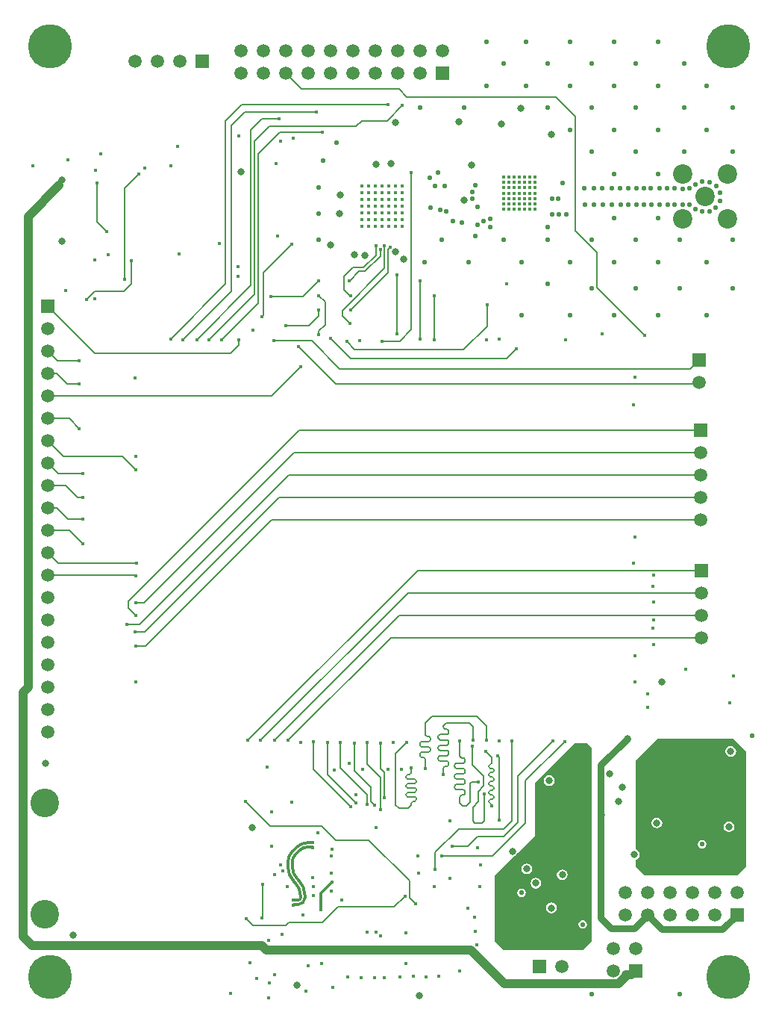
<source format=gbl>
G04*
G04 #@! TF.GenerationSoftware,Altium Limited,Altium Designer,19.1.9 (167)*
G04*
G04 Layer_Physical_Order=4*
G04 Layer_Color=16711680*
%FSLAX44Y44*%
%MOMM*%
G71*
G01*
G75*
%ADD11C,0.5000*%
%ADD12C,0.2000*%
%ADD108C,0.3000*%
%ADD109C,0.7500*%
%ADD119C,0.8000*%
%ADD120C,0.4500*%
%ADD121C,5.0000*%
%ADD122C,1.5000*%
%ADD123R,1.5000X1.5000*%
%ADD124R,1.5000X1.5000*%
%ADD125C,2.2000*%
%ADD126C,3.2500*%
%ADD127C,0.5500*%
%ADD128C,0.4000*%
%ADD136C,1.0000*%
G36*
X645000Y300000D02*
X650000Y295000D01*
X650000Y210000D01*
Y75000D01*
X640000Y65000D01*
X550000Y65000D01*
X540000Y75000D01*
Y150000D01*
X561476Y171476D01*
X562091Y171598D01*
X564076Y172924D01*
X565402Y174909D01*
X565524Y175524D01*
X585000Y195000D01*
Y255000D01*
X630000Y300000D01*
X645000Y300000D01*
D02*
G37*
G36*
X825000Y290000D02*
Y160000D01*
X815000Y150000D01*
X710000D01*
X700000Y160000D01*
Y167751D01*
X700574Y167866D01*
X702558Y169192D01*
X703885Y171176D01*
X704350Y173517D01*
X703885Y175858D01*
X702558Y177843D01*
X700574Y179169D01*
X700000Y179283D01*
Y280000D01*
X725000Y305000D01*
X810000D01*
X825000Y290000D01*
D02*
G37*
%LPC*%
G36*
X601500Y263617D02*
X599159Y263152D01*
X597174Y261826D01*
X595848Y259841D01*
X595382Y257500D01*
X595848Y255159D01*
X597174Y253174D01*
X599159Y251848D01*
X601500Y251383D01*
X603841Y251848D01*
X605826Y253174D01*
X607152Y255159D01*
X607617Y257500D01*
X607152Y259841D01*
X605826Y261826D01*
X603841Y263152D01*
X601500Y263617D01*
D02*
G37*
G36*
X576233Y163385D02*
X573891Y162919D01*
X571907Y161593D01*
X570581Y159608D01*
X570115Y157267D01*
X570581Y154926D01*
X571907Y152942D01*
X573891Y151615D01*
X576233Y151150D01*
X578574Y151615D01*
X580558Y152942D01*
X581884Y154926D01*
X582350Y157267D01*
X581884Y159608D01*
X580558Y161593D01*
X578574Y162919D01*
X576233Y163385D01*
D02*
G37*
G36*
X616500Y156617D02*
X614159Y156152D01*
X612174Y154826D01*
X610848Y152841D01*
X610382Y150500D01*
X610848Y148159D01*
X612174Y146174D01*
X614159Y144848D01*
X616500Y144382D01*
X618841Y144848D01*
X620826Y146174D01*
X622152Y148159D01*
X622618Y150500D01*
X622152Y152841D01*
X620826Y154826D01*
X618841Y156152D01*
X616500Y156617D01*
D02*
G37*
G36*
X586483Y147135D02*
X584142Y146669D01*
X582157Y145343D01*
X580831Y143358D01*
X580365Y141017D01*
X580831Y138676D01*
X582157Y136692D01*
X584142Y135365D01*
X586483Y134900D01*
X588824Y135365D01*
X590808Y136692D01*
X592135Y138676D01*
X592600Y141017D01*
X592135Y143358D01*
X590808Y145343D01*
X588824Y146669D01*
X586483Y147135D01*
D02*
G37*
G36*
X570000Y134843D02*
X568147Y134474D01*
X566575Y133425D01*
X565526Y131853D01*
X565157Y130000D01*
X565526Y128147D01*
X566575Y126575D01*
X568147Y125526D01*
X570000Y125157D01*
X571853Y125526D01*
X573425Y126575D01*
X574474Y128147D01*
X574843Y130000D01*
X574474Y131853D01*
X573425Y133425D01*
X571853Y134474D01*
X570000Y134843D01*
D02*
G37*
G36*
X604000Y119117D02*
X601659Y118652D01*
X599674Y117326D01*
X598348Y115341D01*
X597882Y113000D01*
X598348Y110659D01*
X599674Y108674D01*
X601659Y107348D01*
X604000Y106882D01*
X606341Y107348D01*
X608326Y108674D01*
X609652Y110659D01*
X610118Y113000D01*
X609652Y115341D01*
X608326Y117326D01*
X606341Y118652D01*
X604000Y119117D01*
D02*
G37*
G36*
X639500Y99093D02*
X637647Y98724D01*
X636075Y97675D01*
X635026Y96103D01*
X634657Y94250D01*
X635026Y92397D01*
X636075Y90825D01*
X637647Y89776D01*
X639500Y89407D01*
X641353Y89776D01*
X642924Y90825D01*
X643974Y92397D01*
X644343Y94250D01*
X643974Y96103D01*
X642924Y97675D01*
X641353Y98724D01*
X639500Y99093D01*
D02*
G37*
G36*
X807483Y296385D02*
X805142Y295919D01*
X803157Y294593D01*
X801831Y292609D01*
X801365Y290267D01*
X801831Y287926D01*
X803157Y285942D01*
X805142Y284615D01*
X807483Y284150D01*
X809824Y284615D01*
X811808Y285942D01*
X813135Y287926D01*
X813600Y290267D01*
X813135Y292609D01*
X811808Y294593D01*
X809824Y295919D01*
X807483Y296385D01*
D02*
G37*
G36*
X723733Y215385D02*
X721392Y214919D01*
X719407Y213593D01*
X718081Y211609D01*
X717615Y209267D01*
X718081Y206926D01*
X719407Y204942D01*
X721392Y203615D01*
X723733Y203150D01*
X726074Y203615D01*
X728058Y204942D01*
X729385Y206926D01*
X729850Y209267D01*
X729385Y211609D01*
X728058Y213593D01*
X726074Y214919D01*
X723733Y215385D01*
D02*
G37*
G36*
X805483Y211135D02*
X803141Y210669D01*
X801157Y209343D01*
X799831Y207358D01*
X799365Y205017D01*
X799831Y202676D01*
X801157Y200692D01*
X803141Y199366D01*
X805483Y198900D01*
X807824Y199366D01*
X809808Y200692D01*
X811134Y202676D01*
X811600Y205017D01*
X811134Y207358D01*
X809808Y209343D01*
X807824Y210669D01*
X805483Y211135D01*
D02*
G37*
G36*
X775000Y189843D02*
X773147Y189474D01*
X771575Y188425D01*
X770526Y186853D01*
X770157Y185000D01*
X770526Y183147D01*
X771575Y181576D01*
X773147Y180526D01*
X775000Y180157D01*
X776853Y180526D01*
X778425Y181576D01*
X779474Y183147D01*
X779843Y185000D01*
X779474Y186853D01*
X778425Y188425D01*
X776853Y189474D01*
X775000Y189843D01*
D02*
G37*
%LPD*%
D11*
X45500Y931750D02*
Y934438D01*
X48500Y937438D01*
Y938250D01*
D12*
X447000Y234000D02*
G03*
X445000Y232000I0J-2000D01*
G01*
X449000Y234000D02*
G03*
X451000Y236000I0J2000D01*
G01*
Y237000D02*
G03*
X449000Y239000I-2000J0D01*
G01*
X439000Y241000D02*
G03*
X441000Y239000I2000J0D01*
G01*
Y244000D02*
G03*
X439000Y242000I0J-2000D01*
G01*
X449000Y244000D02*
G03*
X451000Y246000I0J2000D01*
G01*
Y247000D02*
G03*
X449000Y249000I-2000J0D01*
G01*
X439000Y251000D02*
G03*
X441000Y249000I2000J0D01*
G01*
Y254000D02*
G03*
X439000Y252000I0J-2000D01*
G01*
X449000Y254000D02*
G03*
X451000Y256000I0J2000D01*
G01*
Y257000D02*
G03*
X449000Y259000I-2000J0D01*
G01*
X439000Y261000D02*
G03*
X441000Y259000I2000J0D01*
G01*
Y264000D02*
G03*
X439000Y262000I0J-2000D01*
G01*
X443000Y264000D02*
G03*
X445000Y266000I0J2000D01*
G01*
X536000Y230250D02*
G03*
X535000Y231250I-1000J0D01*
G01*
X533000Y233250D02*
G03*
X535000Y231250I2000J0D01*
G01*
Y236250D02*
G03*
X533000Y234250I0J-2000D01*
G01*
X537000Y236250D02*
G03*
X539000Y238250I0J2000D01*
G01*
Y239250D02*
G03*
X537000Y241250I-2000J0D01*
G01*
X533000Y243250D02*
G03*
X535000Y241250I2000J0D01*
G01*
Y246250D02*
G03*
X533000Y244250I0J-2000D01*
G01*
X537000Y246250D02*
G03*
X539000Y248250I0J2000D01*
G01*
Y249250D02*
G03*
X537000Y251250I-2000J0D01*
G01*
X533000Y253250D02*
G03*
X535000Y251250I2000J0D01*
G01*
Y256250D02*
G03*
X533000Y254250I0J-2000D01*
G01*
X537000Y256250D02*
G03*
X539000Y258250I0J2000D01*
G01*
Y259250D02*
G03*
X537000Y261250I-2000J0D01*
G01*
X533000Y263250D02*
G03*
X535000Y261250I2000J0D01*
G01*
Y266250D02*
G03*
X533000Y264250I0J-2000D01*
G01*
X537000Y266250D02*
G03*
X539000Y268250I0J2000D01*
G01*
Y269250D02*
G03*
X537000Y271250I-2000J0D01*
G01*
X533000Y273250D02*
G03*
X535000Y271250I2000J0D01*
G01*
Y276250D02*
G03*
X533000Y274250I0J-2000D01*
G01*
X535000Y276250D02*
G03*
X536000Y277250I0J1000D01*
G01*
X460750Y309900D02*
G03*
X463150Y307500I2400J0D01*
G01*
X466750Y305100D02*
G03*
X464350Y307500I-2400J0D01*
G01*
Y301500D02*
G03*
X466750Y303900I0J2400D01*
G01*
X457150Y301500D02*
G03*
X454750Y299100I0J-2400D01*
G01*
Y297900D02*
G03*
X457150Y295500I2400J0D01*
G01*
X466750Y293100D02*
G03*
X464350Y295500I-2400J0D01*
G01*
Y289500D02*
G03*
X466750Y291900I0J2400D01*
G01*
X457150Y289500D02*
G03*
X454750Y287100I0J-2400D01*
G01*
Y285900D02*
G03*
X457150Y283500I2400J0D01*
G01*
X460750Y281100D02*
G03*
X458350Y283500I-2400J0D01*
G01*
X481500Y317900D02*
G03*
X483900Y315500I2400J0D01*
G01*
X487500Y313100D02*
G03*
X485100Y315500I-2400J0D01*
G01*
Y309500D02*
G03*
X487500Y311900I0J2400D01*
G01*
X477900Y309500D02*
G03*
X475500Y307100I0J-2400D01*
G01*
Y305900D02*
G03*
X477900Y303500I2400J0D01*
G01*
X487500Y301100D02*
G03*
X485100Y303500I-2400J0D01*
G01*
Y297500D02*
G03*
X487500Y299900I0J2400D01*
G01*
X477900Y297500D02*
G03*
X475500Y295100I0J-2400D01*
G01*
Y293900D02*
G03*
X477900Y291500I2400J0D01*
G01*
X487500Y289100D02*
G03*
X485100Y291500I-2400J0D01*
G01*
Y285500D02*
G03*
X487500Y287900I0J2400D01*
G01*
X477900Y285500D02*
G03*
X475500Y283100I0J-2400D01*
G01*
Y281900D02*
G03*
X477900Y279500I2400J0D01*
G01*
X487500Y277100D02*
G03*
X485100Y279500I-2400J0D01*
G01*
Y273500D02*
G03*
X487500Y275900I0J2400D01*
G01*
X483900Y273500D02*
G03*
X481500Y271100I0J-2400D01*
G01*
X500250Y285400D02*
G03*
X502650Y283000I2400J0D01*
G01*
X506250Y280600D02*
G03*
X503850Y283000I-2400J0D01*
G01*
Y277000D02*
G03*
X506250Y279400I0J2400D01*
G01*
X496650Y277000D02*
G03*
X494250Y274600I0J-2400D01*
G01*
Y273400D02*
G03*
X496650Y271000I2400J0D01*
G01*
X506250Y268600D02*
G03*
X503850Y271000I-2400J0D01*
G01*
Y265000D02*
G03*
X506250Y267400I0J2400D01*
G01*
X496650Y265000D02*
G03*
X494250Y262600I0J-2400D01*
G01*
Y261400D02*
G03*
X496650Y259000I2400J0D01*
G01*
X506250Y256600D02*
G03*
X503850Y259000I-2400J0D01*
G01*
Y253000D02*
G03*
X506250Y255400I0J2400D01*
G01*
X496650Y253000D02*
G03*
X494250Y250600I0J-2400D01*
G01*
Y249400D02*
G03*
X496650Y247000I2400J0D01*
G01*
X506250Y244600D02*
G03*
X503850Y247000I-2400J0D01*
G01*
Y241000D02*
G03*
X506250Y243400I0J2400D01*
G01*
X502650Y241000D02*
G03*
X500250Y238600I0J-2400D01*
G01*
X275750Y101250D02*
G03*
X276000Y101854I-604J604D01*
G01*
X553000Y736000D02*
X564000Y747000D01*
X376000Y736000D02*
X553000D01*
X353750Y758250D02*
X376000Y736000D01*
X504500Y746000D02*
X531000Y772500D01*
X380750Y746000D02*
X504500D01*
X371750Y755000D02*
X380750Y746000D01*
X85900Y741750D02*
X240250D01*
X32500Y795150D02*
X85900Y741750D01*
X240250D02*
X249500Y751000D01*
Y756750D01*
X249250Y757000D02*
X249500Y756750D01*
X119500Y825250D02*
Y929000D01*
X135750Y945250D01*
X410000Y271141D02*
Y300000D01*
Y271141D02*
X414770Y266371D01*
Y237512D02*
Y266371D01*
X334250Y270000D02*
X376250Y228000D01*
X334250Y270000D02*
Y301000D01*
X350250Y263750D02*
X382000Y232000D01*
X350250Y263750D02*
Y300500D01*
X395000Y230500D02*
Y241500D01*
X364500Y272000D02*
X395000Y241500D01*
X364500Y272000D02*
Y300250D01*
X399000Y234000D02*
X403750Y229250D01*
X399000Y234000D02*
Y250000D01*
X380500Y268500D02*
X399000Y250000D01*
X380500Y268500D02*
Y300000D01*
X409750Y224250D02*
Y261000D01*
X394750Y276000D02*
X409750Y261000D01*
X394750Y276000D02*
Y300250D01*
X445000Y229250D02*
Y230250D01*
Y232000D01*
X447000Y234000D02*
X449000D01*
X451000Y236000D02*
Y237000D01*
X445000Y239000D02*
X449000D01*
X441000D02*
X445000D01*
X439000Y241000D02*
Y242000D01*
X441000Y244000D02*
X445000D01*
X449000D01*
X451000Y246000D02*
Y247000D01*
X445000Y249000D02*
X449000D01*
X441000D02*
X445000D01*
X439000Y251000D02*
Y252000D01*
X441000Y254000D02*
X445000D01*
X449000D01*
X451000Y256000D02*
Y257000D01*
X445000Y259000D02*
X449000D01*
X441000D02*
X445000D01*
X439000Y261000D02*
Y262000D01*
X441000Y264000D02*
X443000D01*
X445000Y266000D02*
Y269000D01*
Y271500D01*
X441500Y225750D02*
X445000Y229250D01*
X431000Y225750D02*
X441500D01*
X427500Y229250D02*
X431000Y225750D01*
X427500Y229250D02*
Y287750D01*
X440000Y300250D01*
X536000Y228250D02*
Y230250D01*
X533000Y233250D02*
Y234250D01*
X535000Y236250D02*
X536000D01*
X537000D01*
X539000Y238250D02*
Y239250D01*
X536000Y241250D02*
X537000D01*
X535000D02*
X536000D01*
X533000Y243250D02*
Y244250D01*
X535000Y246250D02*
X536000D01*
X537000D01*
X539000Y248250D02*
Y249250D01*
X536000Y251250D02*
X537000D01*
X535000D02*
X536000D01*
X533000Y253250D02*
Y254250D01*
X535000Y256250D02*
X536000D01*
X537000D01*
X539000Y258250D02*
Y259250D01*
X536000Y261250D02*
X537000D01*
X535000D02*
X536000D01*
X533000Y263250D02*
Y264250D01*
X535000Y266250D02*
X536000D01*
X537000D01*
X539000Y268250D02*
Y269250D01*
X536000Y271250D02*
X537000D01*
X535000D02*
X536000D01*
X533000Y273250D02*
Y274250D01*
X536000Y277250D02*
Y281250D01*
Y283750D01*
X529500Y290250D02*
X536000Y283750D01*
X527500Y212000D02*
Y242500D01*
X525000Y209500D02*
X527500Y212000D01*
X517250Y209500D02*
X525000D01*
X514750Y212000D02*
X517250Y209500D01*
X514750Y212000D02*
Y227250D01*
X520750Y233250D01*
Y244750D01*
X527250Y251250D01*
Y262500D01*
X514500Y275250D02*
X527250Y262500D01*
X514500Y275250D02*
Y296000D01*
X543063Y285312D02*
X545000Y283375D01*
Y212500D02*
Y283375D01*
X530250Y302750D02*
Y319250D01*
X519500Y330000D02*
X530250Y319250D01*
X468250Y330000D02*
X519500D01*
X460750Y322500D02*
X468250Y330000D01*
X460750Y311000D02*
Y322500D01*
Y270500D02*
Y280500D01*
Y309900D02*
Y311000D01*
X463150Y307500D02*
X464350D01*
X466750Y303900D02*
Y305100D01*
X460750Y301500D02*
X464350D01*
X457150D02*
X460750D01*
X454750Y297900D02*
Y299100D01*
X457150Y295500D02*
X460750D01*
X464350D01*
X466750Y291900D02*
Y293100D01*
X460750Y289500D02*
X464350D01*
X457150D02*
X460750D01*
X454750Y285900D02*
Y287100D01*
X457150Y283500D02*
X458350D01*
X460750Y280500D02*
Y281100D01*
X515250Y302750D02*
Y318000D01*
X510750Y322500D02*
X515250Y318000D01*
X484500Y322500D02*
X510750D01*
X481500Y319500D02*
X484500Y322500D01*
X481500Y317900D02*
Y319500D01*
X483900Y315500D02*
X485100D01*
X487500Y311900D02*
Y313100D01*
X481500Y309500D02*
X485100D01*
X477900D02*
X481500D01*
X475500Y305900D02*
Y307100D01*
X477900Y303500D02*
X481500D01*
X485100D01*
X487500Y299900D02*
Y301100D01*
X481500Y297500D02*
X485100D01*
X477900D02*
X481500D01*
X475500Y293900D02*
Y295100D01*
X477900Y291500D02*
X481500D01*
X485100D01*
X487500Y287900D02*
Y289100D01*
X481500Y285500D02*
X485100D01*
X477900D02*
X481500D01*
X475500Y281900D02*
Y283100D01*
X477900Y279500D02*
X481500D01*
X485100D01*
X487500Y275900D02*
Y277100D01*
X483900Y273500D02*
X485100D01*
X481500Y267500D02*
Y271100D01*
Y264500D02*
Y267500D01*
X500250Y287000D02*
Y302250D01*
Y285400D02*
Y287000D01*
X502650Y283000D02*
X503850D01*
X506250Y279400D02*
Y280600D01*
X500250Y277000D02*
X503850D01*
X496650D02*
X500250D01*
X494250Y273400D02*
Y274600D01*
X496650Y271000D02*
X500250D01*
X503850D01*
X506250Y267400D02*
Y268600D01*
X500250Y265000D02*
X503850D01*
X496650D02*
X500250D01*
X494250Y261400D02*
Y262600D01*
X496650Y259000D02*
X500250D01*
X503850D01*
X506250Y255400D02*
Y256600D01*
X500250Y253000D02*
X503850D01*
X496650D02*
X500250D01*
X494250Y249400D02*
Y250600D01*
X496650Y247000D02*
X500250D01*
X503850D01*
X506250Y243400D02*
Y244600D01*
X502650Y241000D02*
X503850D01*
X500250Y235000D02*
Y238600D01*
Y232000D02*
Y235000D01*
Y232000D02*
X503500Y228750D01*
X507250D01*
X511500Y233000D01*
Y253750D01*
X513500Y255750D01*
X521000D01*
X574500Y257000D02*
X619000Y301500D01*
X574500Y209250D02*
Y257000D01*
X536750Y171500D02*
X574500Y209250D01*
X479500Y171500D02*
X536750D01*
X566000Y262750D02*
X605500Y302250D01*
X566000Y210250D02*
Y262750D01*
X549750Y194000D02*
X566000Y210250D01*
X520250Y194000D02*
X549750D01*
X509000Y182750D02*
X520250Y194000D01*
X491250Y182750D02*
X509000D01*
X118750Y811750D02*
X127500Y820500D01*
X85500Y811750D02*
X118750D01*
X76250Y802500D02*
X85500Y811750D01*
X86000Y847500D02*
Y847545D01*
X85754Y847791D02*
X86000Y847545D01*
X227500Y865750D02*
X227750Y865500D01*
X227500Y865750D02*
Y865750D01*
X471500Y136750D02*
Y137000D01*
X471500Y136750D02*
X471500Y136750D01*
X262250Y50765D02*
Y51250D01*
Y50765D02*
X262263Y50753D01*
X609250Y1032250D02*
X631250Y1010250D01*
X439750Y1032250D02*
X609250D01*
X431000Y1041000D02*
X439750Y1032250D01*
X303050Y1058750D02*
X320800Y1041000D01*
X431000D01*
X417750Y1005250D02*
X435000Y1022500D01*
X388750Y1005250D02*
X417750D01*
X631250Y880618D02*
Y1010250D01*
Y880618D02*
X655750Y856118D01*
Y816250D02*
Y856118D01*
Y816250D02*
X710000Y762000D01*
X127250Y847000D02*
X127500Y846750D01*
Y820500D02*
Y846750D01*
X445250Y769000D02*
Y946750D01*
X431750Y755500D02*
X445250Y769000D01*
X411500Y755500D02*
X431750D01*
X428500Y763250D02*
Y830750D01*
X420770Y861751D02*
Y862292D01*
X418770Y859751D02*
X420770Y861751D01*
X418770Y833115D02*
Y859751D01*
X376500Y790845D02*
X418770Y833115D01*
X366750Y790250D02*
X414770Y838270D01*
Y863292D01*
X366750Y784000D02*
Y790250D01*
Y784000D02*
X375500Y775250D01*
X375000Y824000D02*
X375250D01*
X392750Y834750D02*
X409750Y851750D01*
Y859750D01*
X386000Y834750D02*
X392750D01*
X375250Y824000D02*
X386000Y834750D01*
X375000Y823750D02*
Y824000D01*
X378750Y838750D02*
X390900D01*
X404750Y852600D01*
Y863250D01*
X369000Y829000D02*
X378750Y838750D01*
X369000Y813804D02*
Y829000D01*
Y813804D02*
X375804Y807000D01*
X375875D01*
X375500Y775000D02*
Y775250D01*
X376500Y790845D02*
Y791500D01*
X277000Y832750D02*
X309750Y865500D01*
X277000Y785250D02*
Y832750D01*
X275250Y783500D02*
X277000Y785250D01*
X531000Y772500D02*
Y796500D01*
X761600Y724250D02*
X771500Y734150D01*
X363500Y724250D02*
X761600D01*
X332000Y755750D02*
X363500Y724250D01*
X769500Y706750D02*
X771500Y708750D01*
X359500Y706750D02*
X769500D01*
X317000Y749250D02*
X359500Y706750D01*
X267250Y982250D02*
X284000Y999000D01*
X267250Y808750D02*
Y982250D01*
X215500Y757000D02*
X267250Y808750D01*
X271250Y968000D02*
X295750Y992500D01*
X271250Y798000D02*
Y968000D01*
X229750Y756500D02*
X271250Y798000D01*
X289250Y755750D02*
X332000D01*
X286800Y693550D02*
X319500Y726250D01*
X32500Y693550D02*
X286800D01*
X88000Y891000D02*
X99250Y879750D01*
X88000Y891000D02*
Y935000D01*
X241000Y812000D02*
Y1000000D01*
X185750Y756750D02*
X241000Y812000D01*
Y1000000D02*
X256250Y1015250D01*
X322097Y805750D02*
X339847Y823500D01*
X285500Y805750D02*
X322097D01*
X340250Y763000D02*
Y767000D01*
X347250Y774000D01*
X275500Y1007250D02*
X295000D01*
X263250Y995000D02*
X275500Y1007250D01*
X295750Y992500D02*
X344500D01*
X382500Y999000D02*
X388750Y1005250D01*
X284000Y999000D02*
X382500D01*
X263250Y818500D02*
Y995000D01*
X201500Y756750D02*
X263250Y818500D01*
X256250Y1015250D02*
X337750D01*
X253000Y1023500D02*
X418750D01*
X234250Y1004750D02*
X253000Y1023500D01*
X234250Y820000D02*
Y1004750D01*
X172000Y757750D02*
X234250Y820000D01*
X470750Y807000D02*
X471000Y807250D01*
X470750Y756500D02*
Y807000D01*
X454750Y823500D02*
X455000Y823250D01*
Y757500D02*
Y823250D01*
X329250Y772750D02*
X340250Y783750D01*
Y790750D01*
X302750Y772750D02*
X329250D01*
X340000Y807000D02*
X347250Y799750D01*
Y774000D02*
Y799750D01*
X312150Y629150D02*
X773000D01*
X141500Y458500D02*
X312150Y629150D01*
X132500Y458500D02*
X141500D01*
X306000Y603750D02*
X773000D01*
X136750Y434500D02*
X306000Y603750D01*
X122500Y434500D02*
X136750D01*
X294850Y578350D02*
X773000D01*
X211000Y494500D02*
X294850Y578350D01*
X286950Y552950D02*
X773000D01*
X225500Y491500D02*
X286950Y552950D01*
X142500Y426000D02*
X211000Y494500D01*
X132000Y426000D02*
X142500D01*
X143750Y409750D02*
X225500Y491500D01*
X132250Y409750D02*
X143750D01*
X318050Y654550D02*
X773000D01*
X124000Y460500D02*
X318050Y654550D01*
X124000Y453000D02*
Y460500D01*
Y453000D02*
X132750Y444250D01*
X421700Y419450D02*
X774250D01*
X305250Y303000D02*
X421700Y419450D01*
X431600Y444850D02*
X774250D01*
X289750Y303000D02*
X431600Y444850D01*
X441500Y470250D02*
X774250D01*
X274250Y303000D02*
X441500Y470250D01*
X452150Y495650D02*
X774250D01*
X259750Y303250D02*
X452150Y495650D01*
X116927Y625073D02*
X132500Y609500D01*
X50177Y625073D02*
X116927D01*
X32500Y642750D02*
X50177Y625073D01*
X132117Y489883D02*
X132500Y489500D01*
X32967Y489883D02*
X132117D01*
X32500Y490350D02*
X32967Y489883D01*
X32500Y515750D02*
X44500Y503750D01*
X133000D01*
X32500Y744350D02*
X43314Y733536D01*
X68503D01*
X43000Y718950D02*
X54700Y707250D01*
X32500Y718950D02*
X43000D01*
X54700Y707250D02*
X68469D01*
X68503Y707284D01*
X32500Y617350D02*
X44350Y605500D01*
X72474D01*
X72503Y605530D01*
X32500Y591950D02*
X52800D01*
X66472Y578278D01*
X72503D01*
X43000Y566550D02*
X55550Y554000D01*
X32500Y566550D02*
X43000D01*
X55550Y554000D02*
X72477D01*
X72503Y554027D01*
X32500Y541150D02*
X57379D01*
X72503Y526026D01*
X32500Y668150D02*
X56850D01*
X68500Y656500D01*
X550250Y202500D02*
X559500Y211750D01*
Y302250D01*
X498750Y202500D02*
X550250D01*
X472273Y176023D02*
X498750Y202500D01*
X472273Y157273D02*
Y176023D01*
X472250Y157250D02*
X472273Y157273D01*
X472250Y156781D02*
Y157250D01*
Y156781D02*
X472273Y156758D01*
X257250Y233500D02*
X285000Y205750D01*
X343500D01*
X359250Y190000D01*
X396500D01*
X443000Y143500D01*
Y124250D02*
Y143500D01*
Y124250D02*
X450000Y117250D01*
X265500Y92750D02*
X302375D01*
X257750Y100500D02*
X265500Y92750D01*
X302375D02*
X306125Y96500D01*
X344500D01*
X362000Y114000D01*
X425500D01*
X438000Y126500D01*
X276000Y101854D02*
Y139750D01*
D108*
X333038Y187309D02*
G03*
X333500Y187500I0J653D01*
G01*
X331042Y187309D02*
G03*
X330669Y187154I0J-527D01*
G01*
X330297Y187000D02*
G03*
X330669Y187154I0J527D01*
G01*
X327712Y187000D02*
G03*
X314425Y181496I0J-18791D01*
G01*
X318621Y122629D02*
G03*
X319500Y124750I-2121J2121D01*
G01*
X319500Y126058D02*
G03*
X313000Y141750I-22192J0D01*
G01*
X316500Y121750D02*
G03*
X318621Y122629I0J3000D01*
G01*
X314081Y121904D02*
G03*
X313708Y122059I-373J-373D01*
G01*
X314081Y121904D02*
G03*
X314454Y121750I373J373D01*
G01*
X310181Y177252D02*
G03*
X305000Y164744I12508J-12508D01*
G01*
Y159734D02*
G03*
X312060Y142690I24104J0D01*
G01*
X333500Y181500D02*
G03*
X333038Y181691I-462J-462D01*
G01*
X330669Y181845D02*
G03*
X330297Y182000I-373J-373D01*
G01*
X327750D02*
G03*
X317934Y177934I0J-13882D01*
G01*
X330669Y181845D02*
G03*
X331042Y181691I373J373D01*
G01*
X324500Y126111D02*
G03*
X316573Y145248I-27064J0D01*
G01*
X322179Y119116D02*
G03*
X324500Y124718I-5603J5603D01*
G01*
X316519Y116750D02*
G03*
X322144Y119080I0J7955D01*
G01*
X314454Y116750D02*
G03*
X314081Y116596I0J-527D01*
G01*
X310000Y159750D02*
G03*
X315607Y146215I19142J0D01*
G01*
X313750Y173750D02*
G03*
X310000Y164697I9053J-9053D01*
G01*
X313708Y116441D02*
G03*
X314081Y116596I0J527D01*
G01*
X311712Y116441D02*
G03*
X311250Y116250I0J-653D01*
G01*
X342500Y111000D02*
Y129250D01*
X355250Y142000D01*
X331042Y187309D02*
X333038D01*
X327712Y187000D02*
X330297D01*
X319500Y124750D02*
Y126058D01*
X314454Y121750D02*
X316500D01*
X310181Y177252D02*
X314425Y181496D01*
X305000Y159734D02*
Y164744D01*
X333500Y181500D02*
X333500Y181500D01*
X327750Y182000D02*
X330297D01*
X331042Y181691D02*
X333038D01*
X324500Y124718D02*
Y126111D01*
X313750Y173750D02*
X317934Y177934D01*
X322144Y119080D02*
X322179Y119116D01*
X315607Y146215D02*
X316573Y145248D01*
X313750Y173750D02*
Y173750D01*
X314454Y116750D02*
X316519D01*
X310000Y159750D02*
Y164697D01*
X311712Y116441D02*
X313708D01*
X312060Y142690D02*
X313000Y141750D01*
D109*
X660250Y101500D02*
Y275250D01*
X690000Y305000D01*
X798300Y88750D02*
X814550Y105000D01*
X729217Y88750D02*
X798300D01*
X712967Y105000D02*
X729217Y88750D01*
X712950Y105000D02*
X712967D01*
X671643Y90107D02*
X698057D01*
X712950Y105000D01*
X660250Y101500D02*
X671643Y90107D01*
D119*
X635750Y229250D02*
D03*
X625750D02*
D03*
X615750D02*
D03*
X605750D02*
D03*
X595750D02*
D03*
X605750Y209250D02*
D03*
X615750D02*
D03*
X625750D02*
D03*
Y219250D02*
D03*
X635750D02*
D03*
Y209250D02*
D03*
Y199250D02*
D03*
X625750D02*
D03*
X615750D02*
D03*
X605750D02*
D03*
X595750D02*
D03*
Y209250D02*
D03*
Y219250D02*
D03*
X605750D02*
D03*
X615750D02*
D03*
X764250Y256000D02*
D03*
Y266000D02*
D03*
Y276000D02*
D03*
X774250D02*
D03*
Y266000D02*
D03*
Y256000D02*
D03*
Y246000D02*
D03*
Y236000D02*
D03*
X764250D02*
D03*
Y246000D02*
D03*
X754250Y236000D02*
D03*
Y246000D02*
D03*
Y256000D02*
D03*
Y266000D02*
D03*
Y276000D02*
D03*
X744250D02*
D03*
Y266000D02*
D03*
Y256000D02*
D03*
Y246000D02*
D03*
Y236000D02*
D03*
X604250Y989500D02*
D03*
X547000Y1001250D02*
D03*
X680000Y233500D02*
D03*
X604000Y113000D02*
D03*
X601500Y257500D02*
D03*
X660500Y218500D02*
D03*
X729250Y369250D02*
D03*
X264500Y204250D02*
D03*
X61500Y82500D02*
D03*
X29750Y277250D02*
D03*
X805483Y205017D02*
D03*
X807483Y290267D02*
D03*
X684750Y249500D02*
D03*
X723733Y209267D02*
D03*
X698233Y173517D02*
D03*
X616500Y150500D02*
D03*
X576233Y157267D02*
D03*
X586483Y141017D02*
D03*
X513750Y955000D02*
D03*
X670000Y265000D02*
D03*
X690000Y305000D02*
D03*
X380750Y853000D02*
D03*
X48500Y868750D02*
D03*
X559750Y177250D02*
D03*
X436450Y848700D02*
D03*
X504800Y914950D02*
D03*
X569491Y1019339D02*
D03*
X498750Y1004250D02*
D03*
X363241Y899589D02*
D03*
X353241Y864839D02*
D03*
X252000Y947750D02*
D03*
X392750Y852500D02*
D03*
X426771Y856792D02*
D03*
X454250Y13750D02*
D03*
X315000Y25000D02*
D03*
X48500Y938250D02*
D03*
X427500Y1003500D02*
D03*
X364050Y921200D02*
D03*
X421991Y957089D02*
D03*
X405491Y956089D02*
D03*
D120*
X567500Y923250D02*
D03*
X561500D02*
D03*
X555500D02*
D03*
X549500D02*
D03*
Y929250D02*
D03*
Y935250D02*
D03*
Y941250D02*
D03*
X555500D02*
D03*
X561500D02*
D03*
X567500D02*
D03*
X573500D02*
D03*
X579500D02*
D03*
X585500D02*
D03*
Y935250D02*
D03*
Y929250D02*
D03*
Y923250D02*
D03*
Y917250D02*
D03*
Y911250D02*
D03*
Y905250D02*
D03*
X579500D02*
D03*
X573500D02*
D03*
X567500D02*
D03*
X561500D02*
D03*
X555500D02*
D03*
X549500D02*
D03*
Y911250D02*
D03*
Y917250D02*
D03*
X555500D02*
D03*
X561500D02*
D03*
X567500D02*
D03*
Y911250D02*
D03*
X561500D02*
D03*
X555500D02*
D03*
Y929250D02*
D03*
Y935250D02*
D03*
X561500D02*
D03*
X567500D02*
D03*
X573500D02*
D03*
X579500D02*
D03*
Y929250D02*
D03*
Y923250D02*
D03*
Y917250D02*
D03*
Y911250D02*
D03*
X573500D02*
D03*
Y917250D02*
D03*
Y923250D02*
D03*
Y929250D02*
D03*
X567500D02*
D03*
X561500D02*
D03*
X397001Y923329D02*
D03*
X404621D02*
D03*
X412241D02*
D03*
X419861D02*
D03*
X427481D02*
D03*
Y915709D02*
D03*
Y908089D02*
D03*
Y900469D02*
D03*
Y892849D02*
D03*
X419861D02*
D03*
X412241D02*
D03*
X404621D02*
D03*
X397001D02*
D03*
Y900469D02*
D03*
X404621D02*
D03*
X412241D02*
D03*
X419861D02*
D03*
Y908089D02*
D03*
Y915709D02*
D03*
X412241D02*
D03*
X404621D02*
D03*
X397001D02*
D03*
X389381D02*
D03*
Y923329D02*
D03*
Y930949D02*
D03*
X397001D02*
D03*
X404621D02*
D03*
X412241D02*
D03*
X419861D02*
D03*
X427481D02*
D03*
X435101D02*
D03*
Y923329D02*
D03*
Y915709D02*
D03*
Y908089D02*
D03*
Y900469D02*
D03*
Y892849D02*
D03*
Y885229D02*
D03*
X427481D02*
D03*
X419861D02*
D03*
X412241D02*
D03*
X404621D02*
D03*
X397001D02*
D03*
X389381D02*
D03*
Y892849D02*
D03*
Y900469D02*
D03*
Y908089D02*
D03*
X397001D02*
D03*
X404621D02*
D03*
X412241D02*
D03*
D121*
X805000Y1090000D02*
D03*
X35000D02*
D03*
X805000Y35000D02*
D03*
X35000D02*
D03*
D122*
X32500Y642750D02*
D03*
Y668150D02*
D03*
Y693550D02*
D03*
Y718950D02*
D03*
Y744350D02*
D03*
Y769750D02*
D03*
Y617350D02*
D03*
Y591950D02*
D03*
Y566550D02*
D03*
Y541150D02*
D03*
Y515750D02*
D03*
Y490350D02*
D03*
Y464950D02*
D03*
Y439550D02*
D03*
Y414150D02*
D03*
Y388750D02*
D03*
Y363350D02*
D03*
Y337950D02*
D03*
Y312550D02*
D03*
X252250Y1084150D02*
D03*
X277650D02*
D03*
X303050D02*
D03*
X328450D02*
D03*
X252250Y1058750D02*
D03*
X277650D02*
D03*
X303050D02*
D03*
X328450D02*
D03*
X430050Y1084150D02*
D03*
Y1058750D02*
D03*
X480850Y1084150D02*
D03*
X455450Y1058750D02*
D03*
Y1084150D02*
D03*
X404650Y1058750D02*
D03*
Y1084150D02*
D03*
X379250Y1058750D02*
D03*
Y1084150D02*
D03*
X353850Y1058750D02*
D03*
Y1084150D02*
D03*
X773000Y552950D02*
D03*
Y578350D02*
D03*
Y603750D02*
D03*
Y629150D02*
D03*
X131700Y1072750D02*
D03*
X157100D02*
D03*
X182500D02*
D03*
X774250Y419450D02*
D03*
Y444850D02*
D03*
Y470250D02*
D03*
X771500Y708750D02*
D03*
X616000Y46500D02*
D03*
X699500Y66900D02*
D03*
X674100Y41500D02*
D03*
Y66900D02*
D03*
X763750Y130400D02*
D03*
Y105000D02*
D03*
X814550Y130400D02*
D03*
X789150Y105000D02*
D03*
Y130400D02*
D03*
X738350Y105000D02*
D03*
Y130400D02*
D03*
X712950Y105000D02*
D03*
Y130400D02*
D03*
X687550Y105000D02*
D03*
Y130400D02*
D03*
D123*
X32500Y795150D02*
D03*
X773000Y654550D02*
D03*
X774250Y495650D02*
D03*
X771500Y734150D02*
D03*
D124*
X480850Y1058750D02*
D03*
X207900Y1072750D02*
D03*
X590600Y46500D02*
D03*
X699500Y41500D02*
D03*
X814550Y105000D02*
D03*
D125*
X778600Y919650D02*
D03*
X753200Y945050D02*
D03*
Y894250D02*
D03*
X804000D02*
D03*
Y945050D02*
D03*
D126*
X29300Y106050D02*
D03*
Y232050D02*
D03*
D127*
X535000Y885000D02*
D03*
X600000D02*
D03*
X520500Y908000D02*
D03*
Y887250D02*
D03*
X502500Y889750D02*
D03*
X832000Y308000D02*
D03*
X775000Y185000D02*
D03*
X570000Y130000D02*
D03*
X639500Y94250D02*
D03*
X650000Y15000D02*
D03*
X750000D02*
D03*
X570000Y785000D02*
D03*
X625000D02*
D03*
X675000D02*
D03*
X725000D02*
D03*
X780000D02*
D03*
X810000Y815000D02*
D03*
X750000D02*
D03*
X700000D02*
D03*
X650000D02*
D03*
X600000Y820000D02*
D03*
X455000Y1020000D02*
D03*
X505000D02*
D03*
X530000Y1095000D02*
D03*
Y1045000D02*
D03*
X550000Y1070000D02*
D03*
X575000Y1095000D02*
D03*
Y1045000D02*
D03*
X600000Y1070000D02*
D03*
X625000Y1095000D02*
D03*
X675000D02*
D03*
X725000D02*
D03*
X755000Y1070000D02*
D03*
X700000D02*
D03*
X650000D02*
D03*
X600000Y1020000D02*
D03*
X625000Y1045000D02*
D03*
X675000D02*
D03*
X725000D02*
D03*
X780000D02*
D03*
X810000Y1020000D02*
D03*
X755000D02*
D03*
X700000D02*
D03*
X650000D02*
D03*
X340000Y870000D02*
D03*
Y900000D02*
D03*
Y930000D02*
D03*
X345000Y960000D02*
D03*
X360000Y980000D02*
D03*
X625000Y995000D02*
D03*
X810000Y970000D02*
D03*
X755000D02*
D03*
X780000Y995000D02*
D03*
X725000D02*
D03*
X675000D02*
D03*
X650000Y970000D02*
D03*
X700000D02*
D03*
X725000Y945000D02*
D03*
X675000D02*
D03*
X460000Y845000D02*
D03*
X480000Y870000D02*
D03*
X510000Y845000D02*
D03*
X570000D02*
D03*
X625000D02*
D03*
X725000Y895000D02*
D03*
X675000D02*
D03*
X810000Y870000D02*
D03*
X780000Y845000D02*
D03*
X725000D02*
D03*
X675000D02*
D03*
X750000Y870000D02*
D03*
X700000D02*
D03*
X650000D02*
D03*
X600000D02*
D03*
X550000D02*
D03*
X761000Y910500D02*
D03*
X753000D02*
D03*
X743750D02*
D03*
X761000Y928486D02*
D03*
X752750Y928250D02*
D03*
X744000Y928486D02*
D03*
X767350Y933150D02*
D03*
X775100Y936150D02*
D03*
X783600Y935900D02*
D03*
X790750Y931250D02*
D03*
X795100Y923400D02*
D03*
Y914150D02*
D03*
X790100Y907150D02*
D03*
X783600Y902400D02*
D03*
X775100D02*
D03*
X767600Y905400D02*
D03*
X514000Y916500D02*
D03*
Y924750D02*
D03*
X518000Y932500D02*
D03*
X534750Y893750D02*
D03*
X527250Y891250D02*
D03*
X611500Y917000D02*
D03*
X604500D02*
D03*
X604750Y899250D02*
D03*
X612750Y898750D02*
D03*
X620750D02*
D03*
X736000Y910500D02*
D03*
X726750D02*
D03*
X717250D02*
D03*
X708750D02*
D03*
X700250D02*
D03*
X691500D02*
D03*
X682500D02*
D03*
X735500Y928486D02*
D03*
X726750D02*
D03*
X717000D02*
D03*
X708750D02*
D03*
X700500D02*
D03*
X691250D02*
D03*
X682000D02*
D03*
X661750D02*
D03*
X672250D02*
D03*
X672968Y910500D02*
D03*
X662468D02*
D03*
X492500Y891250D02*
D03*
X466750Y906500D02*
D03*
X517500Y874750D02*
D03*
X466000Y941000D02*
D03*
X475250Y946500D02*
D03*
X472250Y931500D02*
D03*
X482750Y931250D02*
D03*
X477500Y904000D02*
D03*
X484750Y902750D02*
D03*
X616968Y934986D02*
D03*
X652218Y928486D02*
D03*
X641718D02*
D03*
X652468Y910500D02*
D03*
X642000D02*
D03*
D128*
X662000Y763750D02*
D03*
X564000Y747000D02*
D03*
X353750Y758250D02*
D03*
X249250Y757000D02*
D03*
X119500Y825250D02*
D03*
X135750Y945250D02*
D03*
X414770Y237512D02*
D03*
X55000Y961250D02*
D03*
X304000Y137250D02*
D03*
X85500Y803500D02*
D03*
X85754Y847791D02*
D03*
X227500Y865750D02*
D03*
X248750Y840250D02*
D03*
Y828750D02*
D03*
X386250Y756250D02*
D03*
X806750Y345250D02*
D03*
X374750Y276500D02*
D03*
X405000Y203750D02*
D03*
X453022Y152007D02*
D03*
X488500Y146250D02*
D03*
X523250Y161750D02*
D03*
X523000Y136750D02*
D03*
X509000Y113000D02*
D03*
X471500Y137000D02*
D03*
X452250Y172000D02*
D03*
X343000Y49750D02*
D03*
X262263Y50753D02*
D03*
X440000Y300250D02*
D03*
X68500Y656500D02*
D03*
X529500Y290250D02*
D03*
X544750Y302250D02*
D03*
X302750Y772750D02*
D03*
X122500Y434500D02*
D03*
X380500Y300000D02*
D03*
X259750Y303250D02*
D03*
X697500Y683250D02*
D03*
X185750Y756750D02*
D03*
X605500Y302250D02*
D03*
X559500D02*
D03*
X132000Y426000D02*
D03*
X350250Y300500D02*
D03*
X215500Y757000D02*
D03*
X132750Y368750D02*
D03*
X132000Y713750D02*
D03*
X68503Y733536D02*
D03*
X305250Y303000D02*
D03*
X371750Y755000D02*
D03*
X132500Y609500D02*
D03*
X274250Y303000D02*
D03*
X543063Y285312D02*
D03*
X428500Y763250D02*
D03*
X394750Y300250D02*
D03*
X500250Y302250D02*
D03*
X229750Y756500D02*
D03*
X411500Y755500D02*
D03*
X317000Y749250D02*
D03*
X364500Y300250D02*
D03*
X455000Y757500D02*
D03*
X620500Y756750D02*
D03*
X132500Y489500D02*
D03*
X72503Y605530D02*
D03*
X514500Y296000D02*
D03*
X698500Y714750D02*
D03*
Y533250D02*
D03*
Y369000D02*
D03*
X340250Y763000D02*
D03*
X132500Y624500D02*
D03*
X424750Y300250D02*
D03*
X530250Y757000D02*
D03*
X289750Y303000D02*
D03*
X334250Y301000D02*
D03*
X410000Y300000D02*
D03*
X619000Y301500D02*
D03*
X697500Y504000D02*
D03*
X545000Y757750D02*
D03*
X285500Y805750D02*
D03*
X289250Y755750D02*
D03*
X470750Y756500D02*
D03*
X72503Y578278D02*
D03*
X530250Y302750D02*
D03*
X698500Y398750D02*
D03*
X172000Y757750D02*
D03*
X132750Y444250D02*
D03*
X319250Y300750D02*
D03*
X515250Y302750D02*
D03*
X319500Y726250D02*
D03*
X201500Y756750D02*
D03*
X133000Y503750D02*
D03*
X132500Y458500D02*
D03*
X132250Y409750D02*
D03*
X68503Y707284D02*
D03*
X72503Y526026D02*
D03*
Y554027D02*
D03*
X289750Y37500D02*
D03*
X270000Y32750D02*
D03*
X283750Y27750D02*
D03*
X283250Y11000D02*
D03*
X356250Y22500D02*
D03*
X342500Y111000D02*
D03*
X355250Y142000D02*
D03*
X366250Y122000D02*
D03*
X327750Y47750D02*
D03*
X414250Y34250D02*
D03*
X388000Y33750D02*
D03*
X435000Y1022500D02*
D03*
X418750Y1023500D02*
D03*
X710000Y762000D02*
D03*
X180000Y976000D02*
D03*
X172000Y954250D02*
D03*
X92750Y967500D02*
D03*
X86500Y949500D02*
D03*
X127250Y847000D02*
D03*
X76250Y802500D02*
D03*
X810750Y376000D02*
D03*
X720000Y490000D02*
D03*
X719785Y439771D02*
D03*
X719750Y411250D02*
D03*
X713000Y355500D02*
D03*
X291500Y957000D02*
D03*
X293000Y875000D02*
D03*
X52500Y812500D02*
D03*
X181500Y854250D02*
D03*
X101500Y853500D02*
D03*
X142250Y952000D02*
D03*
X311000Y985500D02*
D03*
X297000Y982500D02*
D03*
X249250Y988250D02*
D03*
X488750Y211750D02*
D03*
X519250Y71250D02*
D03*
X438750Y84750D02*
D03*
X409750Y81250D02*
D03*
X405000Y85250D02*
D03*
X395000Y85500D02*
D03*
X240250Y16250D02*
D03*
X281250Y272750D02*
D03*
X322500Y105250D02*
D03*
X290000Y150750D02*
D03*
X286250Y183250D02*
D03*
X339000Y197750D02*
D03*
X354750Y179500D02*
D03*
X333250Y147000D02*
D03*
X333750Y137000D02*
D03*
X334000Y127000D02*
D03*
X286250Y222000D02*
D03*
X357500Y269000D02*
D03*
X389750Y270250D02*
D03*
X418750Y269750D02*
D03*
X434250Y270250D02*
D03*
X517000Y102000D02*
D03*
X518000Y86000D02*
D03*
X476500Y35250D02*
D03*
X461750Y35000D02*
D03*
X447000Y35250D02*
D03*
X432250Y34500D02*
D03*
X403000Y34250D02*
D03*
X373250Y34750D02*
D03*
X756500Y383500D02*
D03*
X713000Y340500D02*
D03*
X719500Y430500D02*
D03*
X719750Y459500D02*
D03*
X719250Y477500D02*
D03*
X445250Y946750D02*
D03*
X428500Y830750D02*
D03*
X420770Y862292D02*
D03*
X414770Y863292D02*
D03*
X409750Y859750D02*
D03*
X404750Y863250D02*
D03*
X375875Y807000D02*
D03*
X375500Y775250D02*
D03*
X376500Y790845D02*
D03*
X375000Y823750D02*
D03*
X553250Y820500D02*
D03*
X265750Y767500D02*
D03*
X275250Y783500D02*
D03*
X531000Y796500D02*
D03*
X309750Y865500D02*
D03*
X15250Y954000D02*
D03*
X99250Y879750D02*
D03*
X88000Y935000D02*
D03*
X333500Y181500D02*
D03*
X311250Y116250D02*
D03*
X333500Y187500D02*
D03*
X311250Y122250D02*
D03*
X339847Y823500D02*
D03*
X295000Y1007250D02*
D03*
X344500Y992500D02*
D03*
X337750Y1015250D02*
D03*
X471000Y807250D02*
D03*
X454750Y823500D02*
D03*
X340250Y790750D02*
D03*
X340000Y807000D02*
D03*
X325250Y19000D02*
D03*
X439000Y50000D02*
D03*
X481500Y264500D02*
D03*
X491250Y182750D02*
D03*
X479500Y171500D02*
D03*
X472273Y156758D02*
D03*
X460750Y270500D02*
D03*
X409750Y224250D02*
D03*
X445000Y271500D02*
D03*
X545000Y212500D02*
D03*
X536000Y228250D02*
D03*
X527500Y242500D02*
D03*
X521000Y255750D02*
D03*
X403750Y229250D02*
D03*
X395000Y230500D02*
D03*
X382000Y232000D02*
D03*
X376250Y228000D02*
D03*
X520000Y181250D02*
D03*
X500000Y41750D02*
D03*
X382250Y241500D02*
D03*
X257250Y233500D02*
D03*
X450000Y117250D02*
D03*
X257750Y100500D02*
D03*
X438000Y126500D02*
D03*
X282750Y75750D02*
D03*
X354000Y132000D02*
D03*
Y152250D02*
D03*
X354500Y172000D02*
D03*
X309250Y233000D02*
D03*
X297000Y161500D02*
D03*
X299250Y154500D02*
D03*
X298750Y83000D02*
D03*
X275750Y101250D02*
D03*
X276000Y139750D02*
D03*
D136*
X14500Y70000D02*
X275772D01*
X4250Y80250D02*
X14500Y70000D01*
X275772D02*
X280772Y65000D01*
X512772D02*
X550772Y27000D01*
X280772Y65000D02*
X512772D01*
X550772Y27000D02*
X680106D01*
X4250Y357250D02*
X10500Y363500D01*
X4250Y80250D02*
Y357250D01*
X680106Y27000D02*
X688600Y35494D01*
Y37000D01*
X695000D01*
X699500Y41500D01*
X10500Y363500D02*
Y896750D01*
X45500Y931750D01*
M02*

</source>
